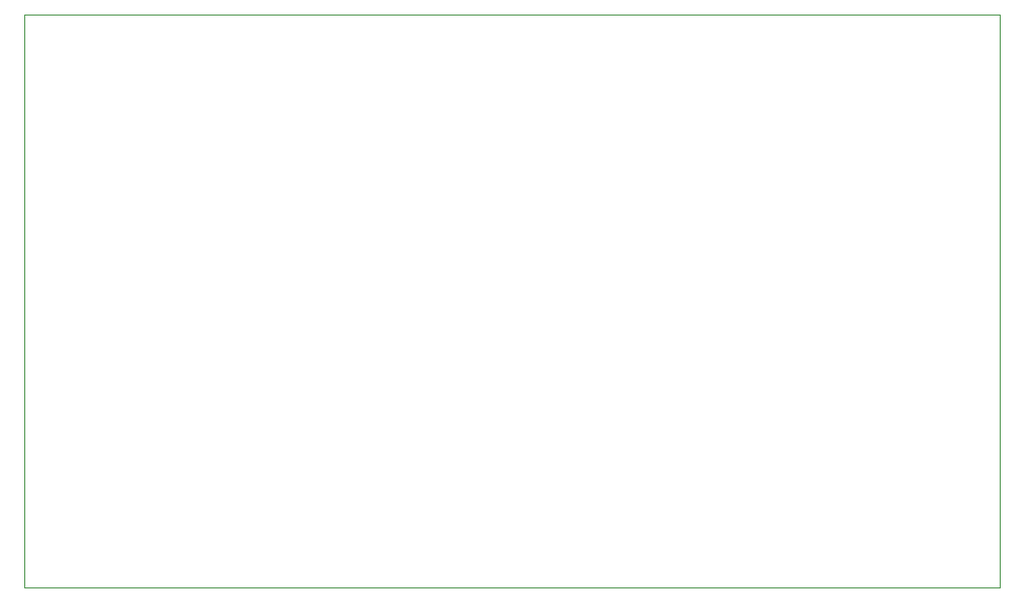
<source format=gbr>
%FSLAX34Y34*%
%MOMM*%
%LNOUTLINE*%
G71*
G01*
%ADD10C,0.000*%
%LPD*%
G54D10*
X0Y500000D02*
X850000Y500000D01*
X850000Y0D01*
X0Y0D01*
X0Y500000D01*
M02*

</source>
